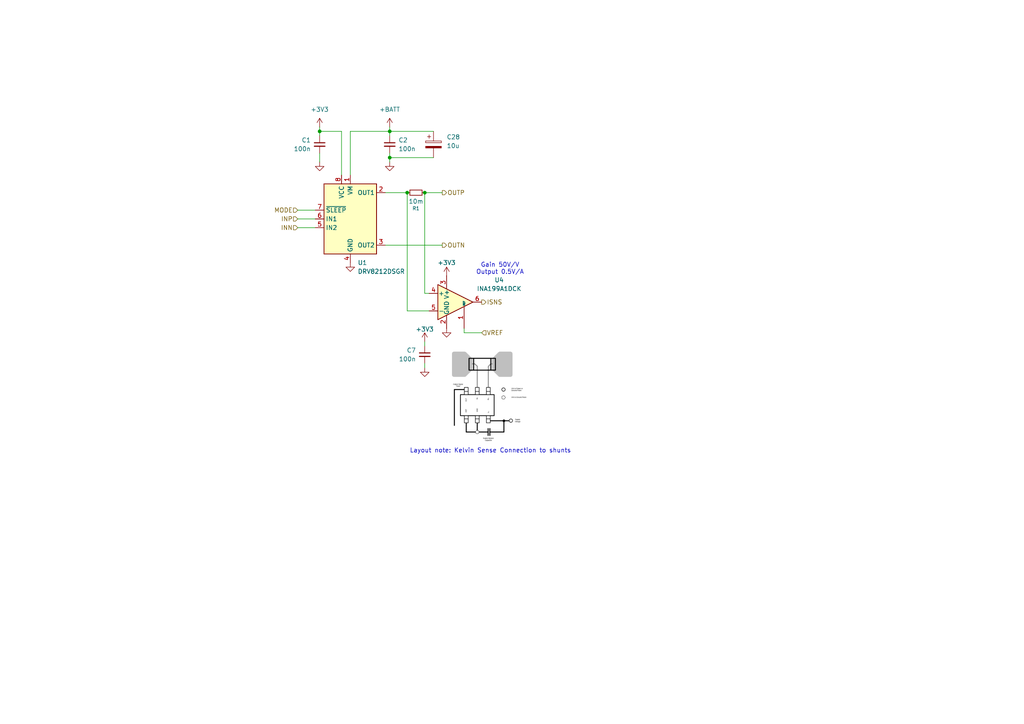
<source format=kicad_sch>
(kicad_sch (version 20250114) (generator "eeschema") (generator_version "9.0")
  (paper "A4")
  (lib_symbols
    (symbol "Amplifier_Current:INA199xxDCK" (pin_names (offset 0.127))
      (property "Reference" "U" (at 3.81 3.81 0))
      (property "Value" "INA199xxDCK" (at 3.81 -2.54 0))
      (symbol "INA199xxDCK_0_1"
        (polyline (pts (xy 5.08 0) (xy -5.08 5.08) (xy -5.08 -5.08) (xy 5.08 0)) (stroke (width 0.254)) (fill (type background)))
      )
      (symbol "INA199xxDCK_1_1"
        (pin input line (at -7.62 2.54 0) (length 2.54) (name "+") (number "4"))
        (pin input line (at -7.62 -2.54 0) (length 2.54) (name "-") (number "5"))
        (pin power_in line (at -2.54 7.62 270) (length 3.81) (name "V+") (number "3"))
        (pin power_in line (at -2.54 -7.62 90) (length 3.81) (name "GND") (number "2"))
        (pin input line (at 2.54 -7.62 90) (length 6.35) (name "REF") (number "1"))
        (pin output line (at 7.62 0 180) (length 2.54) (name "~") (number "6"))
      )
    )
    (symbol "Device:C_Polarized" (pin_numbers (hide yes)) (pin_names (offset 0.254))
      (property "Reference" "C" (at 0.635 2.54 0))
      (property "Value" "C_Polarized" (at 0.635 -2.54 0))
      (symbol "C_Polarized_0_1"
        (rectangle (start -2.286 0.508) (end 2.286 1.016))
        (polyline (pts (xy -1.778 2.286) (xy -0.762 2.286)))
        (polyline (pts (xy -1.27 2.794) (xy -1.27 1.778)))
        (rectangle (start 2.286 -0.508) (end -2.286 -1.016) (fill (type outline)))
      )
      (symbol "C_Polarized_1_1"
        (pin passive line (at 0 3.81 270) (length 2.794) (name "~") (number "1"))
        (pin passive line (at 0 -3.81 90) (length 2.794) (name "~") (number "2"))
      )
    )
    (symbol "Device:C_Small" (pin_numbers (hide yes)) (pin_names (offset 0.254) (hide yes))
      (property "Reference" "C" (at 0.254 1.778 0))
      (property "Value" "C_Small" (at 0.254 -2.032 0))
      (symbol "C_Small_0_1"
        (polyline (pts (xy -1.524 0.508) (xy 1.524 0.508)) (stroke (width 0.3048)))
        (polyline (pts (xy -1.524 -0.508) (xy 1.524 -0.508)) (stroke (width 0.3302)))
      )
      (symbol "C_Small_1_1"
        (pin passive line (at 0 2.54 270) (length 2.032) (name "~") (number "1"))
        (pin passive line (at 0 -2.54 90) (length 2.032) (name "~") (number "2"))
      )
    )
    (symbol "Driver_Motor:DRV8212P"
      (property "Reference" "U" (at 6.35 11.43 0))
      (property "Value" "DRV8212P" (at -10.16 11.43 0))
      (symbol "DRV8212P_0_1"
        (rectangle (start -7.62 10.16) (end 7.62 -10.16) (stroke (width 0.254)) (fill (type background)))
      )
      (symbol "DRV8212P_1_1"
        (pin input line (at -10.16 2.54 0) (length 2.54) (name "~{SLEEP}") (number "7"))
        (pin input line (at -10.16 0 0) (length 2.54) (name "IN1") (number "6"))
        (pin input line (at -10.16 -2.54 0) (length 2.54) (name "IN2") (number "5"))
        (pin power_in line (at -2.54 12.7 270) (length 2.54) (name "VCC") (number "8"))
        (pin power_in line (at 0 12.7 270) (length 2.54) (name "VM") (number "1"))
        (pin power_in line (at 0 -12.7 90) (length 2.54) (name "GND") (number "4"))
        (pin passive line (at 0 -12.7 90) (length 2.54) (hide yes) (name "GND") (number "9"))
        (pin output line (at 10.16 7.62 180) (length 2.54) (name "OUT1") (number "2"))
        (pin output line (at 10.16 -7.62 180) (length 2.54) (name "OUT2") (number "3"))
      )
    )
    (symbol "R_Small_1" (pin_numbers (hide yes)) (pin_names (offset 0.254) (hide yes))
      (property "Reference" "R" (at 0 0 90))
      (property "Value" "R_Small" (at 1.778 0 90))
      (symbol "R_Small_1_0_1"
        (rectangle (start -0.762 1.778) (end 0.762 -1.778) (stroke (width 0.2032)))
      )
      (symbol "R_Small_1_1_1"
        (pin passive line (at 0 2.54 270) (length 0.762) (name "~") (number "1"))
        (pin passive line (at 0 -2.54 90) (length 0.762) (name "~") (number "2"))
      )
    )
    (symbol "power:+3V3" (power) (pin_numbers (hide yes)) (pin_names (offset 0) (hide yes))
      (property "Value" "+3V3" (at 0 3.556 0))
      (symbol "+3V3_0_1"
        (polyline (pts (xy -0.762 1.27) (xy 0 2.54)))
        (polyline (pts (xy 0 2.54) (xy 0.762 1.27)))
        (polyline (pts (xy 0 0) (xy 0 2.54)))
      )
      (symbol "+3V3_1_1"
        (pin power_in line (at 0 0 90) (length 0) (name "~") (number "1"))
      )
    )
    (symbol "power:+BATT" (power) (pin_numbers (hide yes)) (pin_names (offset 0) (hide yes))
      (property "Value" "+BATT" (at 0 3.556 0))
      (symbol "+BATT_0_1"
        (polyline (pts (xy -0.762 1.27) (xy 0 2.54)))
        (polyline (pts (xy 0 2.54) (xy 0.762 1.27)))
        (polyline (pts (xy 0 0) (xy 0 2.54)))
      )
      (symbol "+BATT_1_1"
        (pin power_in line (at 0 0 90) (length 0) (name "~") (number "1"))
      )
    )
    (symbol "power:GND" (power) (pin_numbers (hide yes)) (pin_names (offset 0) (hide yes))
      (property "Value" "GND" (at 0 -3.81 0))
      (symbol "GND_0_1"
        (polyline (pts (xy 0 0) (xy 0 -1.27) (xy 1.27 -1.27) (xy 0 -2.54) (xy -1.27 -1.27) (xy 0 -1.27)))
      )
      (symbol "GND_1_1"
        (pin power_in line (at 0 0 270) (length 0) (name "~") (number "1"))
      )
    )
  )
  (text "Gain 50V/V\nOutput 0.5V/A" (at 145.034 77.978 0) (effects (font (size 1.27 1.27))))
  (text "Layout note: Kelvin Sense Connection to shunts" (at 142.24 130.81 0) (effects (font (size 1.27 1.27))))
  (junction (at 118.11 55.88))
  (junction (at 92.71 38.1))
  (junction (at 123.19 55.88))
  (junction (at 113.03 38.1))
  (junction (at 113.03 45.72))
  (wire (pts (xy 101.6 38.1) (xy 113.03 38.1)))
  (wire (pts (xy 134.62 96.52) (xy 134.62 95.25)))
  (wire (pts (xy 92.71 38.1) (xy 92.71 36.83)))
  (wire (pts (xy 86.36 63.5) (xy 91.44 63.5)))
  (wire (pts (xy 123.19 55.88) (xy 128.27 55.88)))
  (wire (pts (xy 101.6 50.8) (xy 101.6 38.1)))
  (wire (pts (xy 118.11 90.17) (xy 118.11 55.88)))
  (wire (pts (xy 123.19 85.09) (xy 124.46 85.09)))
  (wire (pts (xy 118.11 90.17) (xy 124.46 90.17)))
  (wire (pts (xy 123.19 99.06) (xy 123.19 100.33)))
  (wire (pts (xy 123.19 105.41) (xy 123.19 106.68)))
  (wire (pts (xy 92.71 39.37) (xy 92.71 38.1)))
  (wire (pts (xy 99.06 50.8) (xy 99.06 38.1)))
  (wire (pts (xy 86.36 60.96) (xy 91.44 60.96)))
  (wire (pts (xy 113.03 36.83) (xy 113.03 38.1)))
  (wire (pts (xy 113.03 38.1) (xy 113.03 39.37)))
  (wire (pts (xy 113.03 38.1) (xy 125.73 38.1)))
  (wire (pts (xy 99.06 38.1) (xy 92.71 38.1)))
  (wire (pts (xy 111.76 55.88) (xy 118.11 55.88)))
  (wire (pts (xy 113.03 44.45) (xy 113.03 45.72)))
  (wire (pts (xy 92.71 44.45) (xy 92.71 46.99)))
  (wire (pts (xy 123.19 55.88) (xy 123.19 85.09)))
  (wire (pts (xy 111.76 71.12) (xy 128.27 71.12)))
  (wire (pts (xy 139.7 96.52) (xy 134.62 96.52)))
  (wire (pts (xy 125.73 45.72) (xy 113.03 45.72)))
  (wire (pts (xy 113.03 45.72) (xy 113.03 46.99)))
  (wire (pts (xy 86.36 66.04) (xy 91.44 66.04)))
  (image (at 141.732 115.062) (scale 0.228954))
  (hierarchical_label "ISNS" (shape output) (at 139.7 87.63 0))
  (hierarchical_label "INP" (shape input) (at 86.36 63.5 180))
  (hierarchical_label "OUTN" (shape output) (at 128.27 71.12 0))
  (hierarchical_label "MODE" (shape input) (at 86.36 60.96 180))
  (hierarchical_label "OUTP" (shape output) (at 128.27 55.88 0))
  (hierarchical_label "INN" (shape input) (at 86.36 66.04 180))
  (hierarchical_label "VREF" (shape input) (at 139.7 96.52 0))
  (symbol (lib_id "power:+3V3") (at 92.71 36.83 0) (unit 1)
    (property "Reference" "#PWR01" (effects (hide yes)))
    (property "Value" "+3V3" (at 92.71 31.75 0))
    (property "Description" "Power symbol creates a global label with name \"+3V3\"" (effects (hide yes)))
    (instances (project "servo-drive" (path "" (reference "#PWR01") (unit 1)) (path "" (reference "#PWR010") (unit 1)) (path "" (reference "#PWR035") (unit 1)) (path "" (reference "#PWR026") (unit 1))))
  )
  (symbol (lib_name "R_Small_1") (lib_id "Device:R_Small") (at 120.65 55.88 270) (mirror x) (unit 1)
    (property "Reference" "R1" (at 120.65 60.452 90) (effects (font (size 1.016 1.016))))
    (property "Value" "10m" (at 120.65 58.42 90))
    (property "Footprint" "Resistor_SMD:R_0805_2012Metric" (effects (hide yes)))
    (property "Description" "Resistor, small symbol" (effects (hide yes)))
    (property "LCSC" "C104574" (effects (hide yes)))
    (instances (project "servo-drive" (path "" (reference "R1") (unit 1)) (path "" (reference "R2") (unit 1)) (path "" (reference "R4") (unit 1)) (path "" (reference "R3") (unit 1))))
  )
  (symbol (lib_id "Device:C_Polarized") (at 125.73 41.91 0) (unit 1)
    (property "Reference" "C28" (at 129.54 39.7509 0) (effects (justify left)))
    (property "Value" "10u" (at 129.54 42.2909 0) (effects (justify left)))
    (property "Footprint" "Capacitor_Tantalum_SMD:CP_EIA-3216-18_Kemet-A" (effects (hide yes)))
    (property "Description" "Polarized capacitor" (effects (hide yes)))
    (property "LCSC" "C7171" (effects (hide yes)))
    (instances (project "servo-drive" (path "" (reference "C28") (unit 1)) (path "" (reference "C29") (unit 1)) (path "" (reference "C31") (unit 1)) (path "" (reference "C30") (unit 1))))
  )
  (symbol (lib_id "power:GND") (at 92.71 46.99 0) (unit 1)
    (property "Reference" "#PWR03" (effects (hide yes)))
    (property "Value" "GND" (effects (hide yes)))
    (property "Description" "Power symbol creates a global label with name \"GND\" , ground" (effects (hide yes)))
    (instances (project "servo-drive" (path "" (reference "#PWR03") (unit 1)) (path "" (reference "#PWR012") (unit 1)) (path "" (reference "#PWR037") (unit 1)) (path "" (reference "#PWR028") (unit 1))))
  )
  (symbol (lib_id "power:GND") (at 113.03 46.99 0) (unit 1)
    (property "Reference" "#PWR04" (effects (hide yes)))
    (property "Value" "GND" (effects (hide yes)))
    (property "Description" "Power symbol creates a global label with name \"GND\" , ground" (effects (hide yes)))
    (instances (project "servo-drive" (path "" (reference "#PWR04") (unit 1)) (path "" (reference "#PWR015") (unit 1)) (path "" (reference "#PWR038") (unit 1)) (path "" (reference "#PWR029") (unit 1))))
  )
  (symbol (lib_id "power:+BATT") (at 113.03 36.83 0) (unit 1)
    (property "Reference" "#PWR02" (effects (hide yes)))
    (property "Value" "+BATT" (at 113.03 31.75 0))
    (property "Description" "Power symbol creates a global label with name \"+BATT\"" (effects (hide yes)))
    (instances (project "servo-drive" (path "" (reference "#PWR02") (unit 1)) (path "" (reference "#PWR011") (unit 1)) (path "" (reference "#PWR036") (unit 1)) (path "" (reference "#PWR027") (unit 1))))
  )
  (symbol (lib_id "power:GND") (at 101.6 76.2 0) (unit 1)
    (property "Reference" "#PWR05" (effects (hide yes)))
    (property "Value" "GND" (effects (hide yes)))
    (property "Description" "Power symbol creates a global label with name \"GND\" , ground" (effects (hide yes)))
    (instances (project "servo-drive" (path "" (reference "#PWR05") (unit 1)) (path "" (reference "#PWR018") (unit 1)) (path "" (reference "#PWR039") (unit 1)) (path "" (reference "#PWR030") (unit 1))))
  )
  (symbol (lib_id "power:GND") (at 129.54 95.25 0) (unit 1)
    (property "Reference" "#PWR07" (effects (hide yes)))
    (property "Value" "GND" (effects (hide yes)))
    (property "Description" "Power symbol creates a global label with name \"GND\" , ground" (effects (hide yes)))
    (instances (project "servo-drive" (path "" (reference "#PWR07") (unit 1)) (path "" (reference "#PWR020") (unit 1)) (path "" (reference "#PWR051") (unit 1)) (path "" (reference "#PWR032") (unit 1))))
  )
  (symbol (lib_id "Amplifier_Current:INA199xxDCK") (at 132.08 87.63 0) (unit 1)
    (property "Reference" "U4" (at 144.78 81.2098 0))
    (property "Value" "INA199A1DCK" (at 144.78 83.7498 0))
    (property "Footprint" "Package_TO_SOT_SMD:SOT-363_SC-70-6" (effects (hide yes)))
    (property "Datasheet" "http://www.ti.com/lit/ds/symlink/ina199.pdf" (effects (hide yes)))
    (property "Description" "INA199 26-V, Bidirectional, Zero-Drift, Low- or High-Side, Voltage-Output, Current-Shunt Monitor, SOT-363, SC-70" (effects (hide yes)))
    (property "LCSC" "C2653849" (effects (hide yes)))
    (instances (project "servo-drive" (path "" (reference "U4") (unit 1)) (path "" (reference "U7") (unit 1)) (path "" (reference "U11") (unit 1)) (path "" (reference "U9") (unit 1))))
  )
  (symbol (lib_id "power:GND") (at 123.19 106.68 0) (unit 1)
    (property "Reference" "#PWR09" (effects (hide yes)))
    (property "Value" "GND" (effects (hide yes)))
    (property "Description" "Power symbol creates a global label with name \"GND\" , ground" (effects (hide yes)))
    (instances (project "servo-drive" (path "" (reference "#PWR09") (unit 1)) (path "" (reference "#PWR025") (unit 1)) (path "" (reference "#PWR053") (unit 1)) (path "" (reference "#PWR034") (unit 1))))
  )
  (symbol (lib_id "power:+3V3") (at 129.54 80.01 0) (unit 1)
    (property "Reference" "#PWR06" (effects (hide yes)))
    (property "Value" "+3V3" (at 129.54 76.2 0))
    (property "Description" "Power symbol creates a global label with name \"+3V3\"" (effects (hide yes)))
    (instances (project "servo-drive" (path "" (reference "#PWR06") (unit 1)) (path "" (reference "#PWR019") (unit 1)) (path "" (reference "#PWR040") (unit 1)) (path "" (reference "#PWR031") (unit 1))))
  )
  (symbol (lib_id "Device:C_Small") (at 92.71 41.91 0) (mirror y) (unit 1)
    (property "Reference" "C1" (at 90.17 40.6462 0) (effects (justify left)))
    (property "Value" "100n" (at 90.17 43.1862 0) (effects (justify left)))
    (property "Footprint" "Capacitor_SMD:C_0402_1005Metric" (effects (hide yes)))
    (property "Description" "Unpolarized capacitor, small symbol" (effects (hide yes)))
    (property "LCSC" "C307331" (effects (hide yes)))
    (instances (project "servo-drive" (path "" (reference "C1") (unit 1)) (path "" (reference "C8") (unit 1)) (path "" (reference "C14") (unit 1)) (path "" (reference "C11") (unit 1))))
  )
  (symbol (lib_id "power:+3V3") (at 123.19 99.06 0) (unit 1)
    (property "Reference" "#PWR08" (effects (hide yes)))
    (property "Value" "+3V3" (at 123.19 95.504 0))
    (property "Description" "Power symbol creates a global label with name \"+3V3\"" (effects (hide yes)))
    (instances (project "servo-drive" (path "" (reference "#PWR08") (unit 1)) (path "" (reference "#PWR021") (unit 1)) (path "" (reference "#PWR052") (unit 1)) (path "" (reference "#PWR033") (unit 1))))
  )
  (symbol (lib_id "Driver_Motor:DRV8212P") (at 101.6 63.5 0) (unit 1)
    (property "Reference" "U1" (at 103.7433 76.2 0) (effects (justify left)))
    (property "Value" "DRV8212DSGR" (at 103.7433 78.74 0) (effects (justify left)))
    (property "Footprint" "Package_SON:WSON-8-1EP_2x2mm_P0.5mm_EP0.9x1.6mm_ThermalVias" (effects (hide yes)))
    (property "Datasheet" "https://www.ti.com/lit/ds/symlink/drv8212p.pdf" (effects (hide yes)))
    (property "Description" "H-Bridge driver, 4A, Low Voltage, PWM input, WSON-8" (effects (hide yes)))
    (property "LCSC" "C2843766" (effects (hide yes)))
    (instances (project "servo-drive" (path "" (reference "U1") (unit 1)) (path "" (reference "U6") (unit 1)) (path "" (reference "U10") (unit 1)) (path "" (reference "U8") (unit 1))))
  )
  (symbol (lib_id "Device:C_Small") (at 123.19 102.87 0) (mirror y) (unit 1)
    (property "Reference" "C7" (at 120.65 101.6062 0) (effects (justify left)))
    (property "Value" "100n" (at 120.65 104.1462 0) (effects (justify left)))
    (property "Footprint" "Capacitor_SMD:C_0402_1005Metric" (effects (hide yes)))
    (property "Description" "Unpolarized capacitor, small symbol" (effects (hide yes)))
    (property "LCSC" "C307331" (effects (hide yes)))
    (instances (project "servo-drive" (path "" (reference "C7") (unit 1)) (path "" (reference "C10") (unit 1)) (path "" (reference "C16") (unit 1)) (path "" (reference "C13") (unit 1))))
  )
  (symbol (lib_id "Device:C_Small") (at 113.03 41.91 0) (unit 1)
    (property "Reference" "C2" (at 115.57 40.6462 0) (effects (justify left)))
    (property "Value" "100n" (at 115.57 43.1862 0) (effects (justify left)))
    (property "Footprint" "Capacitor_SMD:C_0402_1005Metric" (effects (hide yes)))
    (property "Description" "Unpolarized capacitor, small symbol" (effects (hide yes)))
    (property "LCSC" "C307331" (effects (hide yes)))
    (instances (project "servo-drive" (path "" (reference "C2") (unit 1)) (path "" (reference "C9") (unit 1)) (path "" (reference "C15") (unit 1)) (path "" (reference "C12") (unit 1))))
  )
)
</source>
